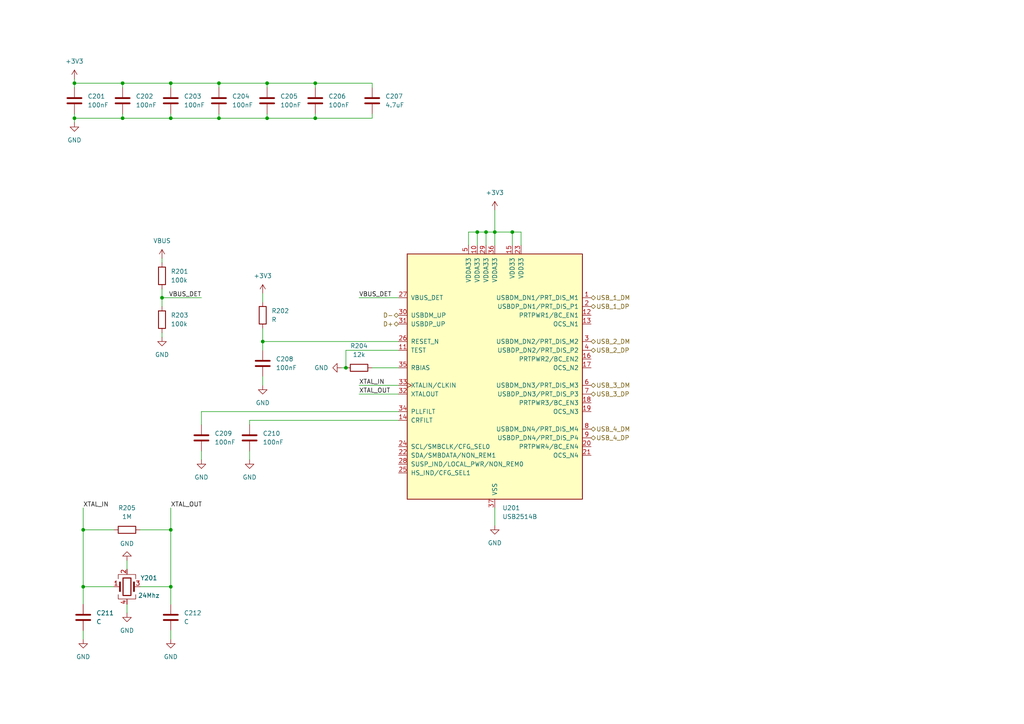
<source format=kicad_sch>
(kicad_sch (version 20230121) (generator eeschema)
  (paper "A4")
  (title_block (title "Switchable USB Hub") (date "${date}") (rev "${version}") (company "Fabian Pflug"))
  (lib_symbols
    (symbol "Device:C" (pin_numbers hide) (pin_names (offset 0.254))
      (property "Reference" "C" (at 0.635 2.54 0))
      (property "Value" "C" (at 0.635 -2.54 0))
      (symbol "C_0_1"
        (polyline (pts (xy -2.032 -0.762) (xy 2.032 -0.762)) (stroke (width 0.508)))
        (polyline (pts (xy -2.032 0.762) (xy 2.032 0.762)) (stroke (width 0.508)))
      )
      (symbol "C_1_1"
        (pin passive line (at 0 3.81 270) (length 2.794) (name "~") (number "1"))
        (pin passive line (at 0 -3.81 90) (length 2.794) (name "~") (number "2"))
      )
    )
    (symbol "Device:Crystal_GND24" (pin_names (offset 1.016) hide)
      (property "Reference" "Y" (at 3.175 5.08 0))
      (property "Value" "Crystal_GND24" (at 3.175 3.175 0))
      (symbol "Crystal_GND24_0_1"
        (rectangle (start -1.143 2.54) (end 1.143 -2.54) (stroke (width 0.3048)))
        (polyline (pts (xy -2.54 0) (xy -2.032 0)))
        (polyline (pts (xy -2.032 -1.27) (xy -2.032 1.27)) (stroke (width 0.508)))
        (polyline (pts (xy 0 -3.81) (xy 0 -3.556)))
        (polyline (pts (xy 0 3.556) (xy 0 3.81)))
        (polyline (pts (xy 2.032 -1.27) (xy 2.032 1.27)) (stroke (width 0.508)))
        (polyline (pts (xy 2.032 0) (xy 2.54 0)))
        (polyline (pts (xy -2.54 -2.286) (xy -2.54 -3.556) (xy 2.54 -3.556) (xy 2.54 -2.286)))
        (polyline (pts (xy -2.54 2.286) (xy -2.54 3.556) (xy 2.54 3.556) (xy 2.54 2.286)))
      )
      (symbol "Crystal_GND24_1_1"
        (pin passive line (at -3.81 0 0) (length 1.27) (name "1") (number "1"))
        (pin passive line (at 0 5.08 270) (length 1.27) (name "2") (number "2"))
        (pin passive line (at 3.81 0 180) (length 1.27) (name "3") (number "3"))
        (pin passive line (at 0 -5.08 90) (length 1.27) (name "4") (number "4"))
      )
    )
    (symbol "Device:R" (pin_numbers hide) (pin_names (offset 0))
      (property "Reference" "R" (at 2.032 0 90))
      (property "Value" "R" (at 0 0 90))
      (symbol "R_0_1"
        (rectangle (start -1.016 -2.54) (end 1.016 2.54) (stroke (width 0.254)))
      )
      (symbol "R_1_1"
        (pin passive line (at 0 3.81 270) (length 1.27) (name "~") (number "1"))
        (pin passive line (at 0 -3.81 90) (length 1.27) (name "~") (number "2"))
      )
    )
    (symbol "Interface_USB:USB2514B_Bi" (pin_names (offset 1.016))
      (property "Reference" "U" (at -17.78 40.64 0))
      (property "Value" "USB2514B_Bi" (at -20.32 38.1 0))
      (symbol "USB2514B_Bi_0_1"
        (rectangle (start -25.4 35.56) (end 25.4 -35.56) (stroke (width 0.254)) (fill (type background)))
      )
      (symbol "USB2514B_Bi_1_1"
        (pin bidirectional line (at 27.94 22.86 180) (length 2.54) (name "USBDM_DN1/PRT_DIS_M1") (number "1"))
        (pin power_in line (at -5.08 38.1 270) (length 2.54) (name "VDDA33") (number "10"))
        (pin input line (at -27.94 7.62 0) (length 2.54) (name "TEST") (number "11"))
        (pin bidirectional line (at 27.94 17.78 180) (length 2.54) (name "PRTPWR1/BC_EN1") (number "12"))
        (pin input line (at 27.94 15.24 180) (length 2.54) (name "OCS_N1") (number "13"))
        (pin input line (at -27.94 -12.7 0) (length 2.54) (name "CRFILT") (number "14"))
        (pin power_in line (at 5.08 38.1 270) (length 2.54) (name "VDD33") (number "15"))
        (pin bidirectional line (at 27.94 5.08 180) (length 2.54) (name "PRTPWR2/BC_EN2") (number "16"))
        (pin input line (at 27.94 2.54 180) (length 2.54) (name "OCS_N2") (number "17"))
        (pin bidirectional line (at 27.94 -7.62 180) (length 2.54) (name "PRTPWR3/BC_EN3") (number "18"))
        (pin input line (at 27.94 -10.16 180) (length 2.54) (name "OCS_N3") (number "19"))
        (pin bidirectional line (at 27.94 20.32 180) (length 2.54) (name "USBDP_DN1/PRT_DIS_P1") (number "2"))
        (pin bidirectional line (at 27.94 -20.32 180) (length 2.54) (name "PRTPWR4/BC_EN4") (number "20"))
        (pin input line (at 27.94 -22.86 180) (length 2.54) (name "OCS_N4") (number "21"))
        (pin bidirectional line (at -27.94 -22.86 0) (length 2.54) (name "SDA/SMBDATA/NON_REM1") (number "22"))
        (pin power_in line (at 7.62 38.1 270) (length 2.54) (name "VDD33") (number "23"))
        (pin bidirectional line (at -27.94 -20.32 0) (length 2.54) (name "SCL/SMBCLK/CFG_SEL0") (number "24"))
        (pin bidirectional line (at -27.94 -27.94 0) (length 2.54) (name "HS_IND/CFG_SEL1") (number "25"))
        (pin input line (at -27.94 10.16 0) (length 2.54) (name "RESET_N") (number "26"))
        (pin input line (at -27.94 22.86 0) (length 2.54) (name "VBUS_DET") (number "27"))
        (pin bidirectional line (at -27.94 -25.4 0) (length 2.54) (name "SUSP_IND/LOCAL_PWR/NON_REM0") (number "28"))
        (pin power_in line (at -2.54 38.1 270) (length 2.54) (name "VDDA33") (number "29"))
        (pin bidirectional line (at 27.94 10.16 180) (length 2.54) (name "USBDM_DN2/PRT_DIS_M2") (number "3"))
        (pin bidirectional line (at -27.94 17.78 0) (length 2.54) (name "USBDM_UP") (number "30"))
        (pin bidirectional line (at -27.94 15.24 0) (length 2.54) (name "USBDP_UP") (number "31"))
        (pin output line (at -27.94 -5.08 0) (length 2.54) (name "XTALOUT") (number "32"))
        (pin input clock (at -27.94 -2.54 0) (length 2.54) (name "XTALIN/CLKIN") (number "33"))
        (pin input line (at -27.94 -10.16 0) (length 2.54) (name "PLLFILT") (number "34"))
        (pin input line (at -27.94 2.54 0) (length 2.54) (name "RBIAS") (number "35"))
        (pin power_in line (at 0 38.1 270) (length 2.54) (name "VDDA33") (number "36"))
        (pin power_in line (at 0 -38.1 90) (length 2.54) (name "VSS") (number "37"))
        (pin bidirectional line (at 27.94 7.62 180) (length 2.54) (name "USBDP_DN2/PRT_DIS_P2") (number "4"))
        (pin power_in line (at -7.62 38.1 270) (length 2.54) (name "VDDA33") (number "5"))
        (pin bidirectional line (at 27.94 -2.54 180) (length 2.54) (name "USBDM_DN3/PRT_DIS_M3") (number "6"))
        (pin bidirectional line (at 27.94 -5.08 180) (length 2.54) (name "USBDP_DN3/PRT_DIS_P3") (number "7"))
        (pin bidirectional line (at 27.94 -15.24 180) (length 2.54) (name "USBDM_DN4/PRT_DIS_M4") (number "8"))
        (pin bidirectional line (at 27.94 -17.78 180) (length 2.54) (name "USBDP_DN4/PRT_DIS_P4") (number "9"))
      )
    )
    (symbol "power:+3V3" (power) (pin_names (offset 0))
      (property "Value" "+3V3" (at 0 3.556 0))
      (symbol "+3V3_0_1"
        (polyline (pts (xy -0.762 1.27) (xy 0 2.54)))
        (polyline (pts (xy 0 0) (xy 0 2.54)))
        (polyline (pts (xy 0 2.54) (xy 0.762 1.27)))
      )
      (symbol "+3V3_1_1"
        (pin power_in line (at 0 0 90) (length 0) hide (name "+3V3") (number "1"))
      )
    )
    (symbol "power:GND" (power) (pin_names (offset 0))
      (property "Value" "GND" (at 0 -3.81 0))
      (symbol "GND_0_1"
        (polyline (pts (xy 0 0) (xy 0 -1.27) (xy 1.27 -1.27) (xy 0 -2.54) (xy -1.27 -1.27) (xy 0 -1.27)))
      )
      (symbol "GND_1_1"
        (pin power_in line (at 0 0 270) (length 0) hide (name "GND") (number "1"))
      )
    )
    (symbol "power:VBUS" (power) (pin_names (offset 0))
      (property "Value" "VBUS" (at 0 3.81 0))
      (symbol "VBUS_0_1"
        (polyline (pts (xy -0.762 1.27) (xy 0 2.54)))
        (polyline (pts (xy 0 0) (xy 0 2.54)))
        (polyline (pts (xy 0 2.54) (xy 0.762 1.27)))
      )
      (symbol "VBUS_1_1"
        (pin power_in line (at 0 0 90) (length 0) hide (name "VBUS") (number "1"))
      )
    )
  )
  (junction (at 143.51 67.31))
  (junction (at 76.2 99.06))
  (junction (at 35.56 24.13))
  (junction (at 24.13 170.18))
  (junction (at 49.53 34.29))
  (junction (at 91.44 34.29))
  (junction (at 49.53 153.67))
  (junction (at 63.5 34.29))
  (junction (at 24.13 153.67))
  (junction (at 77.47 34.29))
  (junction (at 63.5 24.13))
  (junction (at 49.53 24.13))
  (junction (at 21.59 34.29))
  (junction (at 49.53 170.18))
  (junction (at 35.56 34.29))
  (junction (at 21.59 24.13))
  (junction (at 148.59 67.31))
  (junction (at 138.43 67.31))
  (junction (at 77.47 24.13))
  (junction (at 46.99 86.36))
  (junction (at 91.44 24.13))
  (junction (at 100.33 106.68))
  (junction (at 140.97 67.31))
  (wire (pts (xy 24.13 170.18) (xy 33.02 170.18)))
  (wire (pts (xy 35.56 25.4) (xy 35.56 24.13)))
  (wire (pts (xy 143.51 60.96) (xy 143.51 67.31)))
  (wire (pts (xy 49.53 33.02) (xy 49.53 34.29)))
  (wire (pts (xy 49.53 25.4) (xy 49.53 24.13)))
  (wire (pts (xy 35.56 33.02) (xy 35.56 34.29)))
  (wire (pts (xy 104.14 86.36) (xy 115.57 86.36)))
  (wire (pts (xy 107.95 34.29) (xy 91.44 34.29)))
  (wire (pts (xy 107.95 24.13) (xy 91.44 24.13)))
  (wire (pts (xy 58.42 119.38) (xy 58.42 123.19)))
  (wire (pts (xy 115.57 121.92) (xy 72.39 121.92)))
  (wire (pts (xy 107.95 25.4) (xy 107.95 24.13)))
  (wire (pts (xy 140.97 67.31) (xy 143.51 67.31)))
  (wire (pts (xy 76.2 85.09) (xy 76.2 87.63)))
  (wire (pts (xy 143.51 67.31) (xy 148.59 67.31)))
  (wire (pts (xy 77.47 25.4) (xy 77.47 24.13)))
  (wire (pts (xy 46.99 74.93) (xy 46.99 76.2)))
  (wire (pts (xy 49.53 170.18) (xy 49.53 175.26)))
  (wire (pts (xy 72.39 130.81) (xy 72.39 133.35)))
  (wire (pts (xy 104.14 111.76) (xy 115.57 111.76)))
  (wire (pts (xy 21.59 24.13) (xy 21.59 25.4)))
  (wire (pts (xy 46.99 96.52) (xy 46.99 97.79)))
  (wire (pts (xy 104.14 114.3) (xy 115.57 114.3)))
  (wire (pts (xy 46.99 86.36) (xy 46.99 88.9)))
  (wire (pts (xy 40.64 153.67) (xy 49.53 153.67)))
  (wire (pts (xy 63.5 24.13) (xy 49.53 24.13)))
  (wire (pts (xy 77.47 33.02) (xy 77.47 34.29)))
  (wire (pts (xy 49.53 34.29) (xy 35.56 34.29)))
  (wire (pts (xy 76.2 109.22) (xy 76.2 111.76)))
  (wire (pts (xy 35.56 34.29) (xy 21.59 34.29)))
  (wire (pts (xy 76.2 99.06) (xy 76.2 101.6)))
  (wire (pts (xy 143.51 71.12) (xy 143.51 67.31)))
  (wire (pts (xy 99.06 106.68) (xy 100.33 106.68)))
  (wire (pts (xy 135.89 67.31) (xy 138.43 67.31)))
  (wire (pts (xy 58.42 130.81) (xy 58.42 133.35)))
  (wire (pts (xy 135.89 71.12) (xy 135.89 67.31)))
  (wire (pts (xy 138.43 67.31) (xy 140.97 67.31)))
  (wire (pts (xy 36.83 162.56) (xy 36.83 165.1)))
  (wire (pts (xy 58.42 86.36) (xy 46.99 86.36)))
  (wire (pts (xy 77.47 34.29) (xy 63.5 34.29)))
  (wire (pts (xy 35.56 24.13) (xy 49.53 24.13)))
  (wire (pts (xy 77.47 24.13) (xy 63.5 24.13)))
  (wire (pts (xy 35.56 24.13) (xy 21.59 24.13)))
  (wire (pts (xy 21.59 34.29) (xy 21.59 35.56)))
  (wire (pts (xy 76.2 95.25) (xy 76.2 99.06)))
  (wire (pts (xy 49.53 182.88) (xy 49.53 185.42)))
  (wire (pts (xy 49.53 147.32) (xy 49.53 153.67)))
  (wire (pts (xy 91.44 24.13) (xy 77.47 24.13)))
  (wire (pts (xy 115.57 119.38) (xy 58.42 119.38)))
  (wire (pts (xy 115.57 101.6) (xy 100.33 101.6)))
  (wire (pts (xy 63.5 33.02) (xy 63.5 34.29)))
  (wire (pts (xy 115.57 99.06) (xy 76.2 99.06)))
  (wire (pts (xy 63.5 34.29) (xy 49.53 34.29)))
  (wire (pts (xy 63.5 25.4) (xy 63.5 24.13)))
  (wire (pts (xy 107.95 33.02) (xy 107.95 34.29)))
  (wire (pts (xy 138.43 71.12) (xy 138.43 67.31)))
  (wire (pts (xy 24.13 153.67) (xy 33.02 153.67)))
  (wire (pts (xy 100.33 101.6) (xy 100.33 106.68)))
  (wire (pts (xy 107.95 106.68) (xy 115.57 106.68)))
  (wire (pts (xy 91.44 33.02) (xy 91.44 34.29)))
  (wire (pts (xy 21.59 33.02) (xy 21.59 34.29)))
  (wire (pts (xy 24.13 147.32) (xy 24.13 153.67)))
  (wire (pts (xy 148.59 71.12) (xy 148.59 67.31)))
  (wire (pts (xy 21.59 22.86) (xy 21.59 24.13)))
  (wire (pts (xy 91.44 34.29) (xy 77.47 34.29)))
  (wire (pts (xy 151.13 67.31) (xy 151.13 71.12)))
  (wire (pts (xy 91.44 25.4) (xy 91.44 24.13)))
  (wire (pts (xy 36.83 175.26) (xy 36.83 177.8)))
  (wire (pts (xy 72.39 121.92) (xy 72.39 123.19)))
  (wire (pts (xy 148.59 67.31) (xy 151.13 67.31)))
  (wire (pts (xy 140.97 71.12) (xy 140.97 67.31)))
  (wire (pts (xy 143.51 147.32) (xy 143.51 152.4)))
  (wire (pts (xy 49.53 170.18) (xy 40.64 170.18)))
  (wire (pts (xy 24.13 182.88) (xy 24.13 185.42)))
  (wire (pts (xy 46.99 83.82) (xy 46.99 86.36)))
  (wire (pts (xy 49.53 153.67) (xy 49.53 170.18)))
  (wire (pts (xy 24.13 153.67) (xy 24.13 170.18)))
  (wire (pts (xy 24.13 170.18) (xy 24.13 175.26)))
  (label "VBUS_DET" (at 58.42 86.36 180))
  (label "VBUS_DET" (at 104.14 86.36 0))
  (label "XTAL_OUT" (at 104.14 114.3 0))
  (label "XTAL_IN" (at 104.14 111.76 0))
  (label "XTAL_OUT" (at 49.53 147.32 0))
  (label "XTAL_IN" (at 24.13 147.32 0))
  (hierarchical_label "USB_3_DP" (shape bidirectional) (at 171.45 114.3 0))
  (hierarchical_label "USB_4_DM" (shape bidirectional) (at 171.45 124.46 0))
  (hierarchical_label "D-" (shape bidirectional) (at 115.57 91.44 180))
  (hierarchical_label "D+" (shape bidirectional) (at 115.57 93.98 180))
  (hierarchical_label "USB_4_DP" (shape bidirectional) (at 171.45 127 0))
  (hierarchical_label "USB_2_DM" (shape bidirectional) (at 171.45 99.06 0))
  (hierarchical_label "USB_1_DM" (shape bidirectional) (at 171.45 86.36 0))
  (hierarchical_label "USB_1_DP" (shape bidirectional) (at 171.45 88.9 0))
  (hierarchical_label "USB_3_DM" (shape bidirectional) (at 171.45 111.76 0))
  (hierarchical_label "USB_2_DP" (shape bidirectional) (at 171.45 101.6 0))
  (symbol (lib_id "power:GND") (at 24.13 185.42 0) (unit 1)
    (property "Reference" "#PWR0214" (effects hide))
    (property "Value" "GND" (at 24.13 190.5 0))
  )
  (symbol (lib_id "Device:Crystal_GND24") (at 36.83 170.18 0) (unit 1)
    (property "Reference" "Y201" (at 43.18 167.64 0))
    (property "Value" "24Mhz" (at 43.18 172.72 0))
    (property "Footprint" "Crystal:Crystal_SMD_3225-4Pin_3.2x2.5mm" (effects hide))
    (property "LCSC#" "C70590" (effects hide))
  )
  (symbol (lib_id "Device:R") (at 46.99 92.71 0) (unit 1)
    (property "Reference" "R203" (at 49.53 91.44 0) (effects (justify left)))
    (property "Value" "100k" (at 49.53 93.98 0) (effects (justify left)))
    (property "Footprint" "Resistor_SMD:R_0402_1005Metric" (effects hide))
  )
  (symbol (lib_id "power:GND") (at 58.42 133.35 0) (unit 1)
    (property "Reference" "#PWR0209" (effects hide))
    (property "Value" "GND" (at 58.42 138.43 0))
  )
  (symbol (lib_id "power:GND") (at 72.39 133.35 0) (unit 1)
    (property "Reference" "#PWR0210" (effects hide))
    (property "Value" "GND" (at 72.39 138.43 0))
  )
  (symbol (lib_id "Device:C") (at 91.44 29.21 0) (unit 1)
    (property "Reference" "C206" (at 95.25 27.94 0) (effects (justify left)))
    (property "Value" "100nF" (at 95.25 30.48 0) (effects (justify left)))
    (property "Footprint" "Capacitor_SMD:C_0402_1005Metric" (effects hide))
  )
  (symbol (lib_id "Device:C") (at 58.42 127 0) (unit 1)
    (property "Reference" "C209" (at 62.23 125.73 0) (effects (justify left)))
    (property "Value" "100nF" (at 62.23 128.27 0) (effects (justify left)))
    (property "Footprint" "Capacitor_SMD:C_0402_1005Metric" (effects hide))
  )
  (symbol (lib_id "power:GND") (at 49.53 185.42 0) (unit 1)
    (property "Reference" "#PWR0215" (effects hide))
    (property "Value" "GND" (at 49.53 190.5 0))
  )
  (symbol (lib_id "power:GND") (at 46.99 97.79 0) (unit 1)
    (property "Reference" "#PWR0206" (effects hide))
    (property "Value" "GND" (at 46.99 102.87 0))
  )
  (symbol (lib_id "power:GND") (at 99.06 106.68 270) (unit 1)
    (property "Reference" "#PWR0207" (effects hide))
    (property "Value" "GND" (at 95.25 106.68 90) (effects (justify right)))
  )
  (symbol (lib_id "Device:C") (at 49.53 29.21 0) (unit 1)
    (property "Reference" "C203" (at 53.34 27.94 0) (effects (justify left)))
    (property "Value" "100nF" (at 53.34 30.48 0) (effects (justify left)))
    (property "Footprint" "Capacitor_SMD:C_0402_1005Metric" (effects hide))
  )
  (symbol (lib_id "Device:C") (at 107.95 29.21 0) (unit 1)
    (property "Reference" "C207" (at 111.76 27.94 0) (effects (justify left)))
    (property "Value" "4.7uF" (at 111.76 30.48 0) (effects (justify left)))
    (property "Footprint" "Capacitor_SMD:C_0603_1608Metric" (effects hide))
  )
  (symbol (lib_id "power:+3V3") (at 143.51 60.96 0) (unit 1)
    (property "Reference" "#PWR0203" (effects hide))
    (property "Value" "+3V3" (at 143.51 55.88 0))
  )
  (symbol (lib_id "Device:C") (at 77.47 29.21 0) (unit 1)
    (property "Reference" "C205" (at 81.28 27.94 0) (effects (justify left)))
    (property "Value" "100nF" (at 81.28 30.48 0) (effects (justify left)))
    (property "Footprint" "Capacitor_SMD:C_0402_1005Metric" (effects hide))
  )
  (symbol (lib_id "Device:C") (at 21.59 29.21 0) (unit 1)
    (property "Reference" "C201" (at 25.4 27.94 0) (effects (justify left)))
    (property "Value" "100nF" (at 25.4 30.48 0) (effects (justify left)))
    (property "Footprint" "Capacitor_SMD:C_0402_1005Metric" (effects hide))
  )
  (symbol (lib_id "Device:R") (at 104.14 106.68 90) (unit 1)
    (property "Reference" "R204" (at 104.14 100.33 90))
    (property "Value" "12k" (at 104.14 102.87 90))
    (property "Footprint" "Resistor_SMD:R_0402_1005Metric" (effects hide))
  )
  (symbol (lib_id "power:GND") (at 36.83 162.56 180) (unit 1)
    (property "Reference" "#PWR0212" (effects hide))
    (property "Value" "GND" (at 36.83 157.6748 0))
  )
  (symbol (lib_id "Device:R") (at 46.99 80.01 0) (unit 1)
    (property "Reference" "R201" (at 49.53 78.74 0) (effects (justify left)))
    (property "Value" "100k" (at 49.53 81.28 0) (effects (justify left)))
    (property "Footprint" "Resistor_SMD:R_0402_1005Metric" (effects hide))
  )
  (symbol (lib_id "Interface_USB:USB2514B_Bi") (at 143.51 109.22 0) (unit 1)
    (property "Reference" "U201" (at 145.7041 147.32 0) (effects (justify left)))
    (property "Value" "USB2514B" (at 145.7041 149.86 0) (effects (justify left)))
    (property "Footprint" "Package_DFN_QFN:QFN-36-1EP_6x6mm_P0.5mm_EP3.7x3.7mm" (effects hide))
    (property "Datasheet" "http://ww1.microchip.com/downloads/en/DeviceDoc/00001692C.pdf" (effects hide))
    (property "LCSC#" "C16251" (effects hide))
  )
  (symbol (lib_id "Device:C") (at 24.13 179.07 0) (unit 1)
    (property "Reference" "C211" (at 27.94 177.8 0) (effects (justify left)))
    (property "Value" "C" (at 27.94 180.34 0) (effects (justify left)))
    (property "Footprint" "Capacitor_SMD:C_0402_1005Metric" (effects hide))
  )
  (symbol (lib_id "Device:C") (at 49.53 179.07 0) (unit 1)
    (property "Reference" "C212" (at 53.34 177.8 0) (effects (justify left)))
    (property "Value" "C" (at 53.34 180.34 0) (effects (justify left)))
    (property "Footprint" "Capacitor_SMD:C_0402_1005Metric" (effects hide))
  )
  (symbol (lib_id "power:GND") (at 36.83 177.8 0) (unit 1)
    (property "Reference" "#PWR0213" (effects hide))
    (property "Value" "GND" (at 36.83 182.88 0))
  )
  (symbol (lib_id "Device:R") (at 76.2 91.44 0) (unit 1)
    (property "Reference" "R202" (at 78.74 90.17 0) (effects (justify left)))
    (property "Value" "R" (at 78.74 92.71 0) (effects (justify left)))
    (property "Footprint" "Resistor_SMD:R_0402_1005Metric" (effects hide))
  )
  (symbol (lib_id "Device:C") (at 76.2 105.41 0) (unit 1)
    (property "Reference" "C208" (at 80.01 104.14 0) (effects (justify left)))
    (property "Value" "100nF" (at 80.01 106.68 0) (effects (justify left)))
    (property "Footprint" "Capacitor_SMD:C_0402_1005Metric" (effects hide))
  )
  (symbol (lib_id "Device:C") (at 35.56 29.21 0) (unit 1)
    (property "Reference" "C202" (at 39.37 27.94 0) (effects (justify left)))
    (property "Value" "100nF" (at 39.37 30.48 0) (effects (justify left)))
    (property "Footprint" "Capacitor_SMD:C_0402_1005Metric" (effects hide))
  )
  (symbol (lib_id "power:GND") (at 21.59 35.56 0) (unit 1)
    (property "Reference" "#PWR0202" (effects hide))
    (property "Value" "GND" (at 21.59 40.64 0))
  )
  (symbol (lib_id "power:GND") (at 143.51 152.4 0) (unit 1)
    (property "Reference" "#PWR0211" (effects hide))
    (property "Value" "GND" (at 143.51 157.48 0))
  )
  (symbol (lib_id "power:+3V3") (at 76.2 85.09 0) (unit 1)
    (property "Reference" "#PWR0205" (effects hide))
    (property "Value" "+3V3" (at 76.2 80.01 0))
  )
  (symbol (lib_id "Device:C") (at 63.5 29.21 0) (unit 1)
    (property "Reference" "C204" (at 67.31 27.94 0) (effects (justify left)))
    (property "Value" "100nF" (at 67.31 30.48 0) (effects (justify left)))
    (property "Footprint" "Capacitor_SMD:C_0402_1005Metric" (effects hide))
  )
  (symbol (lib_id "Device:C") (at 72.39 127 0) (unit 1)
    (property "Reference" "C210" (at 76.2 125.73 0) (effects (justify left)))
    (property "Value" "100nF" (at 76.2 128.27 0) (effects (justify left)))
    (property "Footprint" "Capacitor_SMD:C_0402_1005Metric" (effects hide))
  )
  (symbol (lib_id "Device:R") (at 36.83 153.67 90) (unit 1)
    (property "Reference" "R205" (at 36.83 147.32 90))
    (property "Value" "1M" (at 36.83 149.86 90))
    (property "Footprint" "Resistor_SMD:R_0402_1005Metric" (effects hide))
  )
  (symbol (lib_id "power:+3V3") (at 21.59 22.86 0) (unit 1)
    (property "Reference" "#PWR0201" (effects hide))
    (property "Value" "+3V3" (at 21.59 17.78 0))
  )
  (symbol (lib_id "power:VBUS") (at 46.99 74.93 0) (unit 1)
    (property "Reference" "#PWR0204" (effects hide))
    (property "Value" "VBUS" (at 46.99 69.85 0))
  )
  (symbol (lib_id "power:GND") (at 76.2 111.76 0) (unit 1)
    (property "Reference" "#PWR0208" (effects hide))
    (property "Value" "GND" (at 76.2 116.84 0))
  )
)
</source>
